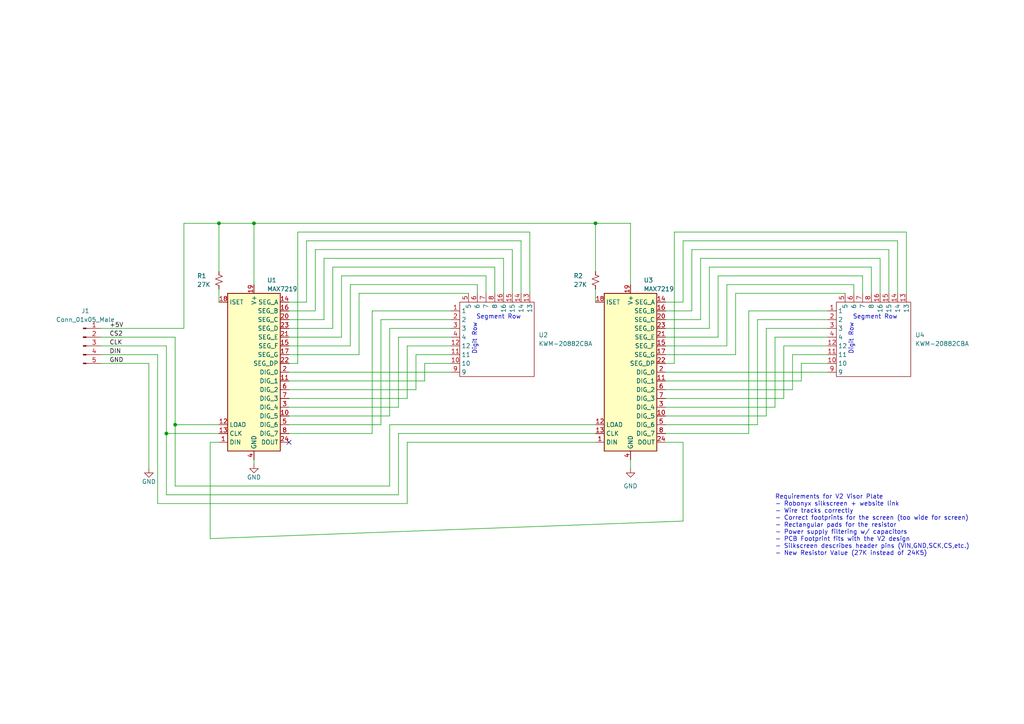
<source format=kicad_sch>
(kicad_sch (version 20211123) (generator eeschema)
  (paper "A4")
  (lib_symbols
    (symbol "Connector:Conn_01x05_Male" (pin_names (offset 1.016) hide)
      (property "Reference" "J" (at 0 7.62 0))
      (property "Value" "Conn_01x05_Male" (at 0 -7.62 0))
      (symbol "Conn_01x05_Male_1_1"
        (polyline (pts (xy 1.27 -5.08) (xy 0.8636 -5.08)) (stroke (width 0.1524)))
        (polyline (pts (xy 1.27 -2.54) (xy 0.8636 -2.54)) (stroke (width 0.1524)))
        (polyline (pts (xy 1.27 0) (xy 0.8636 0)) (stroke (width 0.1524)))
        (polyline (pts (xy 1.27 2.54) (xy 0.8636 2.54)) (stroke (width 0.1524)))
        (polyline (pts (xy 1.27 5.08) (xy 0.8636 5.08)) (stroke (width 0.1524)))
        (rectangle (start 0.8636 -4.953) (end 0 -5.207) (stroke (width 0.1524)) (fill (type outline)))
        (rectangle (start 0.8636 -2.413) (end 0 -2.667) (stroke (width 0.1524)) (fill (type outline)))
        (rectangle (start 0.8636 0.127) (end 0 -0.127) (stroke (width 0.1524)) (fill (type outline)))
        (rectangle (start 0.8636 2.667) (end 0 2.413) (stroke (width 0.1524)) (fill (type outline)))
        (rectangle (start 0.8636 5.207) (end 0 4.953) (stroke (width 0.1524)) (fill (type outline)))
        (pin passive line (at 5.08 5.08 180) (length 3.81) (name "Pin_1") (number "1"))
        (pin passive line (at 5.08 2.54 180) (length 3.81) (name "Pin_2") (number "2"))
        (pin passive line (at 5.08 0 180) (length 3.81) (name "Pin_3") (number "3"))
        (pin passive line (at 5.08 -2.54 180) (length 3.81) (name "Pin_4") (number "4"))
        (pin passive line (at 5.08 -5.08 180) (length 3.81) (name "Pin_5") (number "5"))
      )
    )
    (symbol "Device:R_Small_US" (pin_numbers hide) (pin_names (offset 0.254) hide)
      (property "Reference" "R" (at 0.762 0.508 0))
      (property "Value" "R_Small_US" (at 0.762 -1.016 0))
      (symbol "R_Small_US_1_1"
        (polyline (pts (xy 0 0) (xy 1.016 -0.381) (xy 0 -0.762) (xy -1.016 -1.143) (xy 0 -1.524)))
        (polyline (pts (xy 0 1.524) (xy 1.016 1.143) (xy 0 0.762) (xy -1.016 0.381) (xy 0 0)))
        (pin passive line (at 0 2.54 270) (length 1.016) (name "~") (number "1"))
        (pin passive line (at 0 -2.54 90) (length 1.016) (name "~") (number "2"))
      )
    )
    (symbol "Driver_LED:MAX7219"
      (property "Reference" "U" (at -6.35 24.13 0))
      (property "Value" "MAX7219" (at 1.27 25.4 0))
      (symbol "MAX7219_0_1"
        (rectangle (start -7.62 22.86) (end 7.62 -22.86) (stroke (width 0.254)) (fill (type background)))
      )
      (symbol "MAX7219_1_1"
        (pin input line (at -10.16 -20.32 0) (length 2.54) (name "DIN") (number "1"))
        (pin output line (at 10.16 -12.7 180) (length 2.54) (name "DIG_5") (number "10"))
        (pin output line (at 10.16 -2.54 180) (length 2.54) (name "DIG_1") (number "11"))
        (pin input line (at -10.16 -15.24 0) (length 2.54) (name "LOAD") (number "12"))
        (pin input line (at -10.16 -17.78 0) (length 2.54) (name "CLK") (number "13"))
        (pin output line (at 10.16 20.32 180) (length 2.54) (name "SEG_A") (number "14"))
        (pin output line (at 10.16 7.62 180) (length 2.54) (name "SEG_F") (number "15"))
        (pin output line (at 10.16 17.78 180) (length 2.54) (name "SEG_B") (number "16"))
        (pin output line (at 10.16 5.08 180) (length 2.54) (name "SEG_G") (number "17"))
        (pin input line (at -10.16 20.32 0) (length 2.54) (name "ISET") (number "18"))
        (pin power_in line (at 0 25.4 270) (length 2.54) (name "V+") (number "19"))
        (pin output line (at 10.16 0 180) (length 2.54) (name "DIG_0") (number "2"))
        (pin output line (at 10.16 15.24 180) (length 2.54) (name "SEG_C") (number "20"))
        (pin output line (at 10.16 10.16 180) (length 2.54) (name "SEG_E") (number "21"))
        (pin output line (at 10.16 2.54 180) (length 2.54) (name "SEG_DP") (number "22"))
        (pin output line (at 10.16 12.7 180) (length 2.54) (name "SEG_D") (number "23"))
        (pin output line (at 10.16 -20.32 180) (length 2.54) (name "DOUT") (number "24"))
        (pin output line (at 10.16 -10.16 180) (length 2.54) (name "DIG_4") (number "3"))
        (pin power_in line (at 0 -25.4 90) (length 2.54) (name "GND") (number "4"))
        (pin output line (at 10.16 -15.24 180) (length 2.54) (name "DIG_6") (number "5"))
        (pin output line (at 10.16 -5.08 180) (length 2.54) (name "DIG_2") (number "6"))
        (pin output line (at 10.16 -7.62 180) (length 2.54) (name "DIG_3") (number "7"))
        (pin output line (at 10.16 -17.78 180) (length 2.54) (name "DIG_7") (number "8"))
        (pin passive line (at 0 -25.4 90) (length 2.54) hide (name "GND") (number "9"))
      )
    )
    (symbol "KWM-20882CBA:KWM-20882CBA"
      (property "Reference" "U" (at 15.24 -6.35 0))
      (property "Value" "KWM-20882CBA" (at 8.89 -8.89 0))
      (symbol "KWM-20882CBA_0_1"
        (rectangle (start -3.81 11.43) (end 17.78 -10.16))
      )
      (symbol "KWM-20882CBA_1_1"
        (pin bidirectional line (at -6.35 8.89 0) (length 2.54) (name "1") (number "1"))
        (pin bidirectional line (at -6.35 -6.35 0) (length 2.54) (name "10") (number "10"))
        (pin bidirectional line (at -6.35 -3.81 0) (length 2.54) (name "11") (number "11"))
        (pin bidirectional line (at -6.35 -1.27 0) (length 2.54) (name "12") (number "12"))
        (pin bidirectional line (at 16.51 13.97 270) (length 2.54) (name "13") (number "13"))
        (pin bidirectional line (at 13.97 13.97 270) (length 2.54) (name "14") (number "14"))
        (pin bidirectional line (at 11.43 13.97 270) (length 2.54) (name "15") (number "15"))
        (pin bidirectional line (at 8.89 13.97 270) (length 2.54) (name "16") (number "16"))
        (pin bidirectional line (at -6.35 6.35 0) (length 2.54) (name "2") (number "2"))
        (pin bidirectional line (at -6.35 3.81 0) (length 2.54) (name "3") (number "3"))
        (pin bidirectional line (at -6.35 1.27 0) (length 2.54) (name "4") (number "4"))
        (pin bidirectional line (at -1.27 13.97 270) (length 2.54) (name "5") (number "5"))
        (pin bidirectional line (at 1.27 13.97 270) (length 2.54) (name "6") (number "6"))
        (pin bidirectional line (at 3.81 13.97 270) (length 2.54) (name "7") (number "7"))
        (pin bidirectional line (at 6.35 13.97 270) (length 2.54) (name "8") (number "8"))
        (pin bidirectional line (at -6.35 -8.89 0) (length 2.54) (name "9") (number "9"))
      )
    )
    (symbol "power:GND" (power) (pin_names (offset 0))
      (property "Value" "GND" (at 0 -3.81 0))
      (symbol "GND_0_1"
        (polyline (pts (xy 0 0) (xy 0 -1.27) (xy 1.27 -1.27) (xy 0 -2.54) (xy -1.27 -1.27) (xy 0 -1.27)))
      )
      (symbol "GND_1_1"
        (pin power_in line (at 0 0 270) (length 0) hide (name "GND") (number "1"))
      )
    )
  )
  (junction (at 63.5 64.77))
  (junction (at 172.72 64.77))
  (junction (at 73.66 64.77))
  (junction (at 48.26 125.73))
  (junction (at 50.8 123.19))
  (no_connect (at 83.82 128.27))
  (wire (pts (xy 113.03 120.65) (xy 83.82 120.65)))
  (wire (pts (xy 252.73 77.47) (xy 205.74 77.47)))
  (wire (pts (xy 45.72 102.87) (xy 45.72 146.05)))
  (wire (pts (xy 193.04 128.27) (xy 198.12 128.27)))
  (wire (pts (xy 200.66 90.17) (xy 193.04 90.17)))
  (wire (pts (xy 83.82 97.79) (xy 99.06 97.79)))
  (wire (pts (xy 53.34 64.77) (xy 63.5 64.77)))
  (wire (pts (xy 118.11 115.57) (xy 83.82 115.57)))
  (wire (pts (xy 182.88 64.77) (xy 182.88 82.55)))
  (wire (pts (xy 193.04 87.63) (xy 198.12 87.63)))
  (wire (pts (xy 240.03 97.79) (xy 224.79 97.79)))
  (wire (pts (xy 172.72 64.77) (xy 182.88 64.77)))
  (wire (pts (xy 43.18 105.41) (xy 43.18 135.89)))
  (wire (pts (xy 217.17 125.73) (xy 193.04 125.73)))
  (wire (pts (xy 110.49 123.19) (xy 83.82 123.19)))
  (wire (pts (xy 104.14 102.87) (xy 83.82 102.87)))
  (wire (pts (xy 110.49 92.71) (xy 110.49 123.19)))
  (wire (pts (xy 118.11 128.27) (xy 172.72 128.27)))
  (wire (pts (xy 91.44 90.17) (xy 83.82 90.17)))
  (wire (pts (xy 113.03 140.97) (xy 113.03 123.19)))
  (wire (pts (xy 240.03 100.33) (xy 227.33 100.33)))
  (wire (pts (xy 205.74 95.25) (xy 193.04 95.25)))
  (wire (pts (xy 195.58 105.41) (xy 193.04 105.41)))
  (wire (pts (xy 229.87 102.87) (xy 229.87 113.03)))
  (wire (pts (xy 120.65 113.03) (xy 83.82 113.03)))
  (wire (pts (xy 217.17 90.17) (xy 217.17 125.73)))
  (wire (pts (xy 200.66 72.39) (xy 200.66 90.17)))
  (wire (pts (xy 73.66 133.35) (xy 73.66 134.62)))
  (wire (pts (xy 240.03 90.17) (xy 217.17 90.17)))
  (wire (pts (xy 130.81 95.25) (xy 113.03 95.25)))
  (wire (pts (xy 50.8 97.79) (xy 50.8 123.19)))
  (wire (pts (xy 130.81 105.41) (xy 123.19 105.41)))
  (wire (pts (xy 172.72 83.82) (xy 172.72 87.63)))
  (wire (pts (xy 240.03 95.25) (xy 222.25 95.25)))
  (wire (pts (xy 208.28 80.01) (xy 250.19 80.01)))
  (wire (pts (xy 48.26 143.51) (xy 48.26 125.73)))
  (wire (pts (xy 193.04 107.95) (xy 240.03 107.95)))
  (wire (pts (xy 29.21 105.41) (xy 43.18 105.41)))
  (wire (pts (xy 232.41 110.49) (xy 193.04 110.49)))
  (wire (pts (xy 148.59 85.09) (xy 148.59 72.39)))
  (wire (pts (xy 115.57 143.51) (xy 48.26 143.51)))
  (wire (pts (xy 257.81 72.39) (xy 200.66 72.39)))
  (wire (pts (xy 143.51 77.47) (xy 96.52 77.47)))
  (wire (pts (xy 148.59 72.39) (xy 91.44 72.39)))
  (wire (pts (xy 140.97 80.01) (xy 140.97 85.09)))
  (wire (pts (xy 195.58 67.31) (xy 195.58 105.41)))
  (wire (pts (xy 255.27 74.93) (xy 203.2 74.93)))
  (wire (pts (xy 113.03 123.19) (xy 172.72 123.19)))
  (wire (pts (xy 130.81 97.79) (xy 115.57 97.79)))
  (wire (pts (xy 63.5 123.19) (xy 50.8 123.19)))
  (wire (pts (xy 172.72 125.73) (xy 115.57 125.73)))
  (wire (pts (xy 227.33 100.33) (xy 227.33 115.57)))
  (wire (pts (xy 153.67 67.31) (xy 86.36 67.31)))
  (wire (pts (xy 193.04 97.79) (xy 208.28 97.79)))
  (wire (pts (xy 257.81 85.09) (xy 257.81 72.39)))
  (wire (pts (xy 172.72 64.77) (xy 172.72 78.74)))
  (wire (pts (xy 198.12 151.13) (xy 60.96 156.21)))
  (wire (pts (xy 50.8 140.97) (xy 113.03 140.97)))
  (wire (pts (xy 252.73 85.09) (xy 252.73 77.47)))
  (wire (pts (xy 250.19 80.01) (xy 250.19 85.09)))
  (wire (pts (xy 63.5 83.82) (xy 63.5 87.63)))
  (wire (pts (xy 210.82 100.33) (xy 193.04 100.33)))
  (wire (pts (xy 255.27 85.09) (xy 255.27 74.93)))
  (wire (pts (xy 123.19 110.49) (xy 83.82 110.49)))
  (wire (pts (xy 91.44 72.39) (xy 91.44 90.17)))
  (wire (pts (xy 83.82 87.63) (xy 88.9 87.63)))
  (wire (pts (xy 143.51 85.09) (xy 143.51 77.47)))
  (wire (pts (xy 130.81 102.87) (xy 120.65 102.87)))
  (wire (pts (xy 229.87 113.03) (xy 193.04 113.03)))
  (wire (pts (xy 86.36 105.41) (xy 83.82 105.41)))
  (wire (pts (xy 50.8 123.19) (xy 50.8 140.97)))
  (wire (pts (xy 219.71 123.19) (xy 193.04 123.19)))
  (wire (pts (xy 88.9 87.63) (xy 88.9 69.85)))
  (wire (pts (xy 130.81 100.33) (xy 118.11 100.33)))
  (wire (pts (xy 107.95 90.17) (xy 107.95 125.73)))
  (wire (pts (xy 93.98 74.93) (xy 93.98 92.71)))
  (wire (pts (xy 115.57 125.73) (xy 115.57 143.51)))
  (wire (pts (xy 86.36 67.31) (xy 86.36 105.41)))
  (wire (pts (xy 96.52 95.25) (xy 83.82 95.25)))
  (wire (pts (xy 130.81 90.17) (xy 107.95 90.17)))
  (wire (pts (xy 203.2 74.93) (xy 203.2 92.71)))
  (wire (pts (xy 210.82 82.55) (xy 210.82 100.33)))
  (wire (pts (xy 107.95 125.73) (xy 83.82 125.73)))
  (wire (pts (xy 73.66 64.77) (xy 73.66 82.55)))
  (wire (pts (xy 45.72 146.05) (xy 118.11 146.05)))
  (wire (pts (xy 146.05 74.93) (xy 93.98 74.93)))
  (wire (pts (xy 120.65 102.87) (xy 120.65 113.03)))
  (wire (pts (xy 115.57 118.11) (xy 83.82 118.11)))
  (wire (pts (xy 88.9 69.85) (xy 151.13 69.85)))
  (wire (pts (xy 227.33 115.57) (xy 193.04 115.57)))
  (wire (pts (xy 153.67 85.09) (xy 153.67 67.31)))
  (wire (pts (xy 101.6 100.33) (xy 83.82 100.33)))
  (wire (pts (xy 224.79 118.11) (xy 193.04 118.11)))
  (wire (pts (xy 63.5 64.77) (xy 73.66 64.77)))
  (wire (pts (xy 73.66 64.77) (xy 172.72 64.77)))
  (wire (pts (xy 213.36 102.87) (xy 193.04 102.87)))
  (wire (pts (xy 222.25 95.25) (xy 222.25 120.65)))
  (wire (pts (xy 151.13 69.85) (xy 151.13 85.09)))
  (wire (pts (xy 60.96 156.21) (xy 60.96 128.27)))
  (wire (pts (xy 198.12 128.27) (xy 198.12 151.13)))
  (wire (pts (xy 247.65 85.09) (xy 247.65 82.55)))
  (wire (pts (xy 118.11 146.05) (xy 118.11 128.27)))
  (wire (pts (xy 240.03 92.71) (xy 219.71 92.71)))
  (wire (pts (xy 45.72 102.87) (xy 29.21 102.87)))
  (wire (pts (xy 219.71 92.71) (xy 219.71 123.19)))
  (wire (pts (xy 48.26 100.33) (xy 48.26 125.73)))
  (wire (pts (xy 222.25 120.65) (xy 193.04 120.65)))
  (wire (pts (xy 240.03 102.87) (xy 229.87 102.87)))
  (wire (pts (xy 99.06 80.01) (xy 140.97 80.01)))
  (wire (pts (xy 205.74 77.47) (xy 205.74 95.25)))
  (wire (pts (xy 232.41 105.41) (xy 232.41 110.49)))
  (wire (pts (xy 29.21 95.25) (xy 53.34 95.25)))
  (wire (pts (xy 83.82 107.95) (xy 130.81 107.95)))
  (wire (pts (xy 130.81 92.71) (xy 110.49 92.71)))
  (wire (pts (xy 123.19 105.41) (xy 123.19 110.49)))
  (wire (pts (xy 198.12 69.85) (xy 260.35 69.85)))
  (wire (pts (xy 48.26 125.73) (xy 63.5 125.73)))
  (wire (pts (xy 262.89 67.31) (xy 195.58 67.31)))
  (wire (pts (xy 96.52 77.47) (xy 96.52 95.25)))
  (wire (pts (xy 213.36 85.09) (xy 213.36 102.87)))
  (wire (pts (xy 50.8 97.79) (xy 29.21 97.79)))
  (wire (pts (xy 104.14 85.09) (xy 104.14 102.87)))
  (wire (pts (xy 101.6 82.55) (xy 101.6 100.33)))
  (wire (pts (xy 118.11 100.33) (xy 118.11 115.57)))
  (wire (pts (xy 115.57 97.79) (xy 115.57 118.11)))
  (wire (pts (xy 63.5 64.77) (xy 63.5 78.74)))
  (wire (pts (xy 260.35 69.85) (xy 260.35 85.09)))
  (wire (pts (xy 138.43 82.55) (xy 101.6 82.55)))
  (wire (pts (xy 262.89 85.09) (xy 262.89 67.31)))
  (wire (pts (xy 99.06 97.79) (xy 99.06 80.01)))
  (wire (pts (xy 60.96 128.27) (xy 63.5 128.27)))
  (wire (pts (xy 29.21 100.33) (xy 48.26 100.33)))
  (wire (pts (xy 53.34 64.77) (xy 53.34 95.25)))
  (wire (pts (xy 203.2 92.71) (xy 193.04 92.71)))
  (wire (pts (xy 198.12 87.63) (xy 198.12 69.85)))
  (wire (pts (xy 247.65 82.55) (xy 210.82 82.55)))
  (wire (pts (xy 113.03 95.25) (xy 113.03 120.65)))
  (wire (pts (xy 224.79 97.79) (xy 224.79 118.11)))
  (wire (pts (xy 182.88 133.35) (xy 182.88 135.89)))
  (wire (pts (xy 208.28 97.79) (xy 208.28 80.01)))
  (wire (pts (xy 240.03 105.41) (xy 232.41 105.41)))
  (wire (pts (xy 135.89 85.09) (xy 104.14 85.09)))
  (wire (pts (xy 245.11 85.09) (xy 213.36 85.09)))
  (wire (pts (xy 146.05 85.09) (xy 146.05 74.93)))
  (wire (pts (xy 138.43 85.09) (xy 138.43 82.55)))
  (wire (pts (xy 93.98 92.71) (xy 83.82 92.71)))
  (text "Digit Row" (at 138.43 102.87 90) (effects (font (size 1.27 1.27)) (justify left bottom)))
  (text "Segment Row" (at 151.13 92.71 180) (effects (font (size 1.27 1.27)) (justify right bottom)))
  (text "Digit Row" (at 247.65 102.87 90) (effects (font (size 1.27 1.27)) (justify left bottom)))
  (text "Segment Row" (at 260.35 92.71 180) (effects (font (size 1.27 1.27)) (justify right bottom)))
  (text "Requirements for V2 Visor Plate\n- Robonyx silkscreen + website link\n- Wire tracks correctly\n- Correct footprints for the screen (too wide for screen)\n- Rectangular pads for the resistor\n- Power supply filtering w/ capacitors\n- PCB Footprint fits with the V2 design\n- Silkscreen describes header pins (VIN,GND,SCK,CS,etc.)\n- New Resistor Value (27K instead of 24K5)" (at 224.79 161.29 0) (effects (font (size 1.27 1.27)) (justify left bottom)))
  (label "CS2" (at 31.75 97.79 0))
  (label "+5V" (at 31.75 95.25 0))
  (label "CLK" (at 31.75 100.33 0))
  (label "GND" (at 31.75 105.41 0))
  (label "DIN" (at 31.75 102.87 0))
  (symbol (lib_id "Driver_LED:MAX7219") (at 182.88 107.95 0) (unit 1)
    (property "Reference" "U3" (at 186.69 81.28 0) (effects (justify left)))
    (property "Value" "MAX7219" (at 186.69 83.82 0) (effects (justify left)))
    (property "Footprint" "Package_SO:SOIC-24W_7.5x15.4mm_P1.27mm" (effects hide))
    (property "Datasheet" "https://datasheets.maximintegrated.com/en/ds/MAX7219-MAX7221.pdf" (effects hide))
  )
  (symbol (lib_id "Driver_LED:MAX7219") (at 73.66 107.95 0) (unit 1)
    (property "Reference" "U1" (at 77.47 81.28 0) (effects (justify left)))
    (property "Value" "MAX7219" (at 77.47 83.82 0) (effects (justify left)))
    (property "Footprint" "Package_SO:SOIC-24W_7.5x15.4mm_P1.27mm" (effects hide))
    (property "Datasheet" "https://datasheets.maximintegrated.com/en/ds/MAX7219-MAX7221.pdf" (effects hide))
  )
  (symbol (lib_id "Device:R_Small_US") (at 172.72 81.28 180) (unit 1)
    (property "Reference" "R2" (at 166.37 80.01 0) (effects (justify right)))
    (property "Value" "27K" (at 166.37 82.55 0) (effects (justify right)))
    (property "Footprint" "Resistor_SMD:R_0805_2012Metric" (effects hide))
  )
  (symbol (lib_id "Connector:Conn_01x05_Male") (at 24.13 100.33 0) (unit 1)
    (property "Reference" "J1" (at 24.765 90.17 0))
    (property "Value" "Conn_01x05_Male" (at 24.765 92.71 0))
    (property "Footprint" "Connector_PinSocket_2.54mm:PinSocket_1x05_P2.54mm_Vertical" (effects hide))
  )
  (symbol (lib_id "Device:R_Small_US") (at 63.5 81.28 180) (unit 1)
    (property "Reference" "R1" (at 57.15 80.01 0) (effects (justify right)))
    (property "Value" "27K" (at 57.15 82.55 0) (effects (justify right)))
    (property "Footprint" "Resistor_SMD:R_0805_2012Metric" (effects hide))
  )
  (symbol (lib_id "power:GND") (at 182.88 135.89 0) (unit 1)
    (property "Reference" "#PWR0101" (effects hide))
    (property "Value" "GND" (at 182.88 140.97 0))
  )
  (symbol (lib_id "KWM-20882CBA:KWM-20882CBA") (at 137.16 99.06 0) (unit 1)
    (property "Reference" "U2" (at 156.21 97.1549 0) (effects (justify left)))
    (property "Value" "KWM-20882CBA" (at 156.21 99.6949 0) (effects (justify left)))
    (property "Footprint" "LIB:KWM-20882CBA" (effects hide))
  )
  (symbol (lib_id "KWM-20882CBA:KWM-20882CBA") (at 246.38 99.06 0) (unit 1)
    (property "Reference" "U4" (at 265.43 97.1549 0) (effects (justify left)))
    (property "Value" "KWM-20882CBA" (at 265.43 99.6949 0) (effects (justify left)))
    (property "Footprint" "LIB:KWM-20882CBA" (effects hide))
  )
  (symbol (lib_id "power:GND") (at 73.66 134.62 0) (unit 1)
    (property "Reference" "#PWR0102" (effects hide))
    (property "Value" "GND" (at 73.66 138.43 0))
  )
  (symbol (lib_id "power:GND") (at 43.18 135.89 0) (unit 1)
    (property "Reference" "#PWR0103" (effects hide))
    (property "Value" "GND" (at 43.18 139.7 0))
  )
)
</source>
